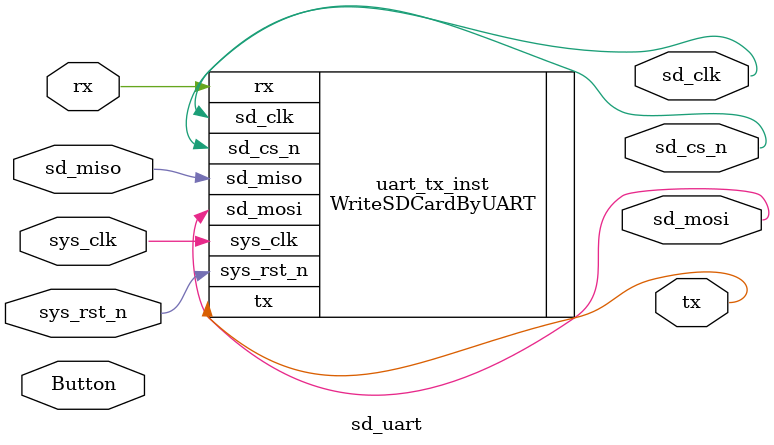
<source format=v>
`timescale  1ns/1ns

module  sd_uart
(
    input  wire Button,
    input   wire            sys_clk     ,   //输入工作时钟,频率50MHz
    input   wire            sys_rst_n   ,   //输入复位信号,低电平有�????
    input   wire            rx          ,   //串口发�?�数�????
    input   wire            sd_miso     ,   //主输入从输出信号

    output  wire            sd_clk      ,   //SD卡时钟信�????
    output  wire            sd_cs_n     ,   //片�?�信�????
    output  wire            sd_mosi     ,   //主输出从输入信号
        output  wire            tx              //串口接收数据

);

WriteSDCardByUART uart_tx_inst
(
    .sys_clk     (sys_clk),   //输入工作时钟,频率50MHz
    .sys_rst_n   (sys_rst_n),   //输入复位信号,低电平有�????
   .rx          (rx),   //串口发�?�数�????
    .sd_miso     (sd_miso),   //主输入从输出信号

    .sd_clk      (sd_clk),   //SD卡时钟信�????
    .sd_cs_n     (sd_cs_n),   //片�?�信�????
    .sd_mosi    (sd_mosi)   , //主输出从输入信号
    .tx (tx)
);

endmodule
</source>
